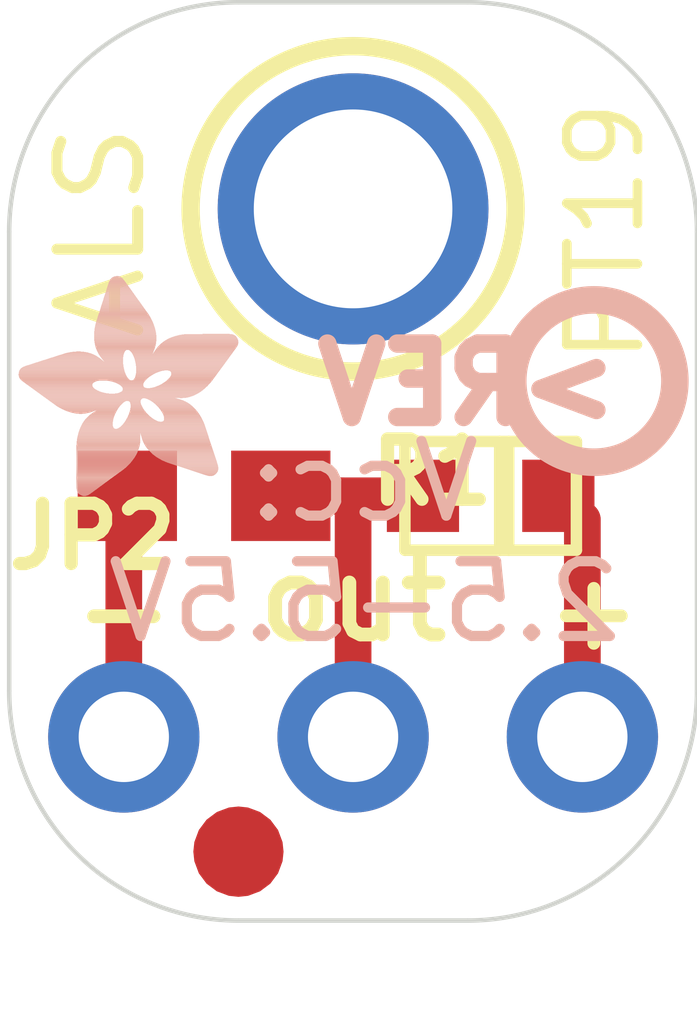
<source format=kicad_pcb>
(kicad_pcb (version 20211014) (generator pcbnew)
  (layers (0 "F.Cu" signal) (31 "B.Cu" signal) (34 "B.Paste" user) (35 "F.Paste" user) (36 "B.SilkS" user "B.Silkscreen") (37 "F.SilkS" user "F.Silkscreen") (38 "B.Mask" user) (39 "F.Mask" user) (44 "Edge.Cuts" user))
  (net 0 "")
  (net 1 "VCC")
  (net 2 "OUT")
  (net 3 "GND")
  (footprint "boardEagle:1X03_ROUND" (layer "F.Cu") (at 148.5011 108.0516)
    (fp_text reference "JP2" (at -3.8862 -1.8288) (layer "F.SilkS") (effects (font (size 0.666496 0.666496) (thickness 0.146304)) (justify left bottom)))
    (fp_text value "")
    (pad "1" thru_hole circle (at -2.54 0 90) (size 1.6764 1.6764) (drill 1) (layers *.Cu *.Mask) (net 3 "GND"))
    (pad "2" thru_hole circle (at 0 0 90) (size 1.6764 1.6764) (drill 1) (layers *.Cu *.Mask) (net 2 "OUT"))
    (pad "3" thru_hole circle (at 2.54 0 90) (size 1.6764 1.6764) (drill 1) (layers *.Cu *.Mask) (net 1 "VCC"))
  )
  (footprint "boardEagle:ALS-PT19-315C" (layer "F.Cu") (at 150.0251 105.3846 180)
    (fp_text reference "U1" hide)
    (fp_text value "ALS-PT19-315C" hide)
    (pad "C" smd rect (at -0.75 0 180) (size 0.8 0.8) (layers "F.Cu" "F.Paste" "F.Mask") (net 1 "VCC"))
    (pad "E" smd rect (at 0.75 0 180) (size 0.8 0.8) (layers "F.Cu" "F.Paste" "F.Mask") (net 2 "OUT"))
  )
  (footprint "boardEagle:FIDUCIAL_1MM" (layer "F.Cu") (at 147.2311 109.3216)
    (fp_text reference "FID1" hide)
    (fp_text value "FIDUCIAL\"\"" hide)
    (pad "1" smd roundrect (at 0 0) (size 1 1) (layers "F.Cu" "F.Mask") (roundrect_rratio 0.5))
  )
  (footprint "boardEagle:0603-NO" (layer "F.Cu") (at 146.8501 105.3846)
    (fp_text reference "R1" (at 1.778 0.127) (layer "F.SilkS") (effects (font (size 0.666496 0.666496) (thickness 0.146304)) (justify left bottom)))
    (fp_text value "10K")
    (pad "1" smd rect (at -0.85 0) (size 1.1 1) (layers "F.Cu" "F.Paste" "F.Mask") (net 3 "GND"))
    (pad "2" smd rect (at 0.85 0) (size 1.1 1) (layers "F.Cu" "F.Paste" "F.Mask") (net 2 "OUT"))
  )
  (footprint "boardEagle:MOUNTINGHOLE_2.0_PLATED" (layer "F.Cu") (at 148.5011 102.2096)
    (fp_text reference "U$2" hide)
    (fp_text value "MOUNTINGHOLE2.0" hide)
    (pad "P$1" thru_hole circle (at 0 0) (size 3 3) (drill 2.2) (layers *.Cu *.Mask))
  )
  (footprint "boardEagle:ADAFRUIT_2.5MM" (layer "B.Cu") (at 147.2311 105.3846 180)
    (fp_text reference "U$1" hide)
    (fp_text value "" hide)
  )
  (footprint "boardEagle:PCBFEAT-REV-040" (layer "B.Cu") (at 151.1681 104.1146 180)
    (fp_text reference "U$3" hide)
    (fp_text value "" hide)
    (fp_text user ">REV" (at -0.3556 -0.508) (layer "B.SilkS") (effects (font (size 0.8128 0.8128) (thickness 0.2032)) (justify left bottom mirror)))
  )
  (gr_line (start 144.6911 107.5436) (end 144.6911 102.4636) (layer "Edge.Cuts") (width 0.05))
  (gr_arc (start 147.2311 110.0836) (mid 145.435049 109.339651) (end 144.6911 107.5436) (layer "Edge.Cuts") (width 0.05))
  (gr_arc (start 149.7711 99.9236) (mid 151.567151 100.667549) (end 152.3111 102.4636) (layer "Edge.Cuts") (width 0.05))
  (gr_arc (start 152.3111 107.5436) (mid 151.567151 109.339651) (end 149.7711 110.0836) (layer "Edge.Cuts") (width 0.05))
  (gr_line (start 147.2311 99.9236) (end 149.7711 99.9236) (layer "Edge.Cuts") (width 0.05))
  (gr_line (start 152.3111 102.4636) (end 152.3111 107.5436) (layer "Edge.Cuts") (width 0.05))
  (gr_arc (start 144.6911 102.4636) (mid 145.435049 100.667549) (end 147.2311 99.9236) (layer "Edge.Cuts") (width 0.05))
  (gr_line (start 149.7711 110.0836) (end 147.2311 110.0836) (layer "Edge.Cuts") (width 0.05))
  (gr_text "Vcc:\n2.5-5.5V" (at 148.6281 105.8926) (layer "B.SilkS") (effects (font (size 0.827024 0.827024) (thickness 0.112776)) (justify mirror)))
  (gr_text "out" (at 148.5011 106.5276) (layer "F.SilkS") (effects (font (size 0.8636 0.8636) (thickness 0.1524))))
  (gr_text "-" (at 145.9611 106.6546) (layer "F.SilkS") (effects (font (size 0.8636 0.8636) (thickness 0.1524))))
  (gr_text "PT19" (at 151.2951 102.4636 90) (layer "F.SilkS") (effects (font (size 0.78232 0.78232) (thickness 0.10668))))
  (gr_text "ALS" (at 145.7071 102.4636 90) (layer "F.SilkS") (effects (font (size 0.89408 0.89408) (thickness 0.12192))))
  (gr_text "+" (at 151.1681 106.6546) (layer "F.SilkS") (effects (font (size 0.79883 0.79883) (thickness 0.14097))))
  (segment (start 151.0411 105.6506) (end 151.0411 108.0516) (width 0.4064) (layer "F.Cu") (net 1))
  (segment (start 150.7751 105.3846) (end 151.0411 105.6506) (width 0.4064) (layer "F.Cu") (net 1))
  (segment (start 148.5011 108.0516) (end 148.5011 105.5116) (width 0.4064) (layer "F.Cu") (net 2))
  (segment (start 148.3741 105.3846) (end 149.2751 105.3846) (width 0.4064) (layer "F.Cu") (net 2))
  (segment (start 148.5011 105.5116) (end 148.3741 105.3846) (width 0.4064) (layer "F.Cu") (net 2))
  (segment (start 147.7001 105.3846) (end 148.3741 105.3846) (width 0.4064) (layer "F.Cu") (net 2))
  (segment (start 145.9611 108.0516) (end 145.9611 105.4236) (width 0.4064) (layer "F.Cu") (net 3))
  (segment (start 145.9611 105.4236) (end 146.0001 105.3846) (width 0.4064) (layer "F.Cu") (net 3))
)
</source>
